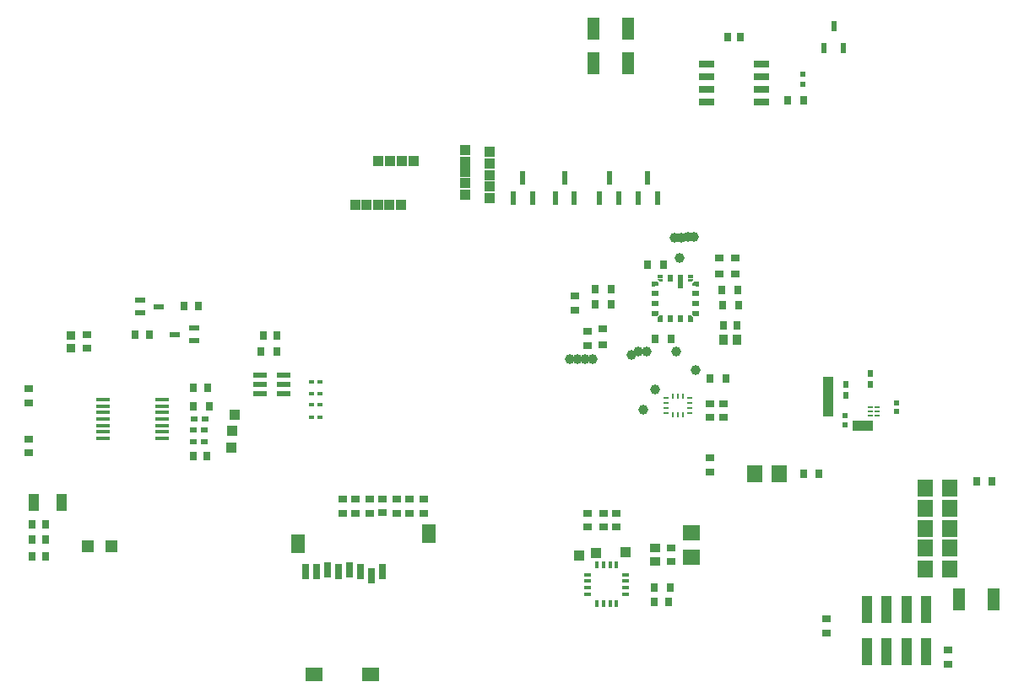
<source format=gbp>
G04*
G04 #@! TF.GenerationSoftware,Altium Limited,Altium Designer,22.5.1 (42)*
G04*
G04 Layer_Color=128*
%FSLAX43Y43*%
%MOMM*%
G71*
G04*
G04 #@! TF.SameCoordinates,B4329D7B-D132-43AD-BD09-584EF951B7D5*
G04*
G04*
G04 #@! TF.FilePolarity,Positive*
G04*
G01*
G75*
%ADD18R,0.800X0.950*%
%ADD19R,1.528X0.650*%
%ADD25R,1.000X1.000*%
%ADD27C,1.000*%
%ADD31R,0.900X0.650*%
%ADD32R,0.600X0.750*%
%ADD34R,0.800X0.940*%
%ADD38R,0.950X0.800*%
%ADD41R,0.940X0.800*%
%ADD47R,0.650X0.900*%
%ADD48R,0.940X0.810*%
%ADD55R,0.750X0.600*%
%ADD134R,1.150X1.150*%
%ADD142R,1.600X1.750*%
%ADD143R,1.250X2.300*%
%ADD144R,1.750X1.600*%
%ADD145R,0.700X0.500*%
%ADD146R,0.500X0.700*%
%ADD147R,0.400X0.500*%
%ADD148R,0.500X0.400*%
%ADD149R,0.550X0.700*%
%ADD150R,0.550X1.400*%
%ADD151R,1.000X2.750*%
G04:AMPARAMS|DCode=152|XSize=1.35mm|YSize=0.58mm|CornerRadius=0.072mm|HoleSize=0mm|Usage=FLASHONLY|Rotation=0.000|XOffset=0mm|YOffset=0mm|HoleType=Round|Shape=RoundedRectangle|*
%AMROUNDEDRECTD152*
21,1,1.350,0.435,0,0,0.0*
21,1,1.205,0.580,0,0,0.0*
1,1,0.145,0.603,-0.217*
1,1,0.145,-0.603,-0.217*
1,1,0.145,-0.603,0.217*
1,1,0.145,0.603,0.217*
%
%ADD152ROUNDEDRECTD152*%
%ADD153R,0.500X0.475*%
G04:AMPARAMS|DCode=154|XSize=1.32mm|YSize=0.59mm|CornerRadius=0.074mm|HoleSize=0mm|Usage=FLASHONLY|Rotation=90.000|XOffset=0mm|YOffset=0mm|HoleType=Round|Shape=RoundedRectangle|*
%AMROUNDEDRECTD154*
21,1,1.320,0.443,0,0,90.0*
21,1,1.172,0.590,0,0,90.0*
1,1,0.148,0.221,0.586*
1,1,0.148,0.221,-0.586*
1,1,0.148,-0.221,-0.586*
1,1,0.148,-0.221,0.586*
%
%ADD154ROUNDEDRECTD154*%
%ADD155R,0.600X1.050*%
%ADD156R,1.475X0.450*%
%ADD157R,0.800X1.500*%
%ADD158R,1.400X1.900*%
%ADD159R,1.800X1.400*%
%ADD160R,0.711X0.305*%
%ADD161R,0.305X0.711*%
%ADD162R,0.475X0.250*%
%ADD163R,0.250X0.475*%
%ADD164R,0.530X0.280*%
%ADD165R,0.620X0.600*%
%ADD166R,0.625X0.400*%
%ADD167R,1.000X0.550*%
%ADD168R,1.070X1.820*%
%ADD169R,0.870X1.020*%
%ADD170R,1.020X0.870*%
G36*
X66725Y37380D02*
X66545Y37200D01*
X66425D01*
Y37700D01*
X66725D01*
X66725Y37380D01*
D02*
G37*
G36*
X67175Y36945D02*
X66675D01*
Y37092D01*
X66833Y37250D01*
X67175D01*
Y36945D01*
D02*
G37*
G36*
X70425Y37200D02*
X70278D01*
X70125Y37353D01*
Y37700D01*
X70425D01*
Y37200D01*
D02*
G37*
G36*
X69995Y37250D02*
X70175Y37070D01*
Y36950D01*
X69675D01*
Y37250D01*
X69995Y37250D01*
D02*
G37*
G36*
X67175Y40650D02*
X66855Y40650D01*
X66675Y40830D01*
Y40950D01*
X67175D01*
Y40650D01*
D02*
G37*
G36*
X66725Y40540D02*
Y40200D01*
X66425D01*
Y40700D01*
X66565D01*
X66725Y40540D01*
D02*
G37*
G36*
X70175Y40810D02*
X70015Y40650D01*
X69675D01*
Y40950D01*
X70175D01*
Y40810D01*
D02*
G37*
G36*
X70425Y40200D02*
X70125D01*
X70125Y40520D01*
X70305Y40700D01*
X70425D01*
Y40200D01*
D02*
G37*
D18*
X73100Y39800D02*
D03*
X74700D02*
D03*
X73150Y38300D02*
D03*
X74750D02*
D03*
X62000Y39925D02*
D03*
X60400D02*
D03*
X62000Y38375D02*
D03*
X60400D02*
D03*
X66400Y34900D02*
D03*
X68000D02*
D03*
X20073Y28159D02*
D03*
X21673D02*
D03*
X26825Y33625D02*
D03*
X28425D02*
D03*
X67900Y9950D02*
D03*
X66300D02*
D03*
X65596Y42339D02*
D03*
X67196D02*
D03*
X73481Y30902D02*
D03*
X71881D02*
D03*
X81300Y58900D02*
D03*
X79700D02*
D03*
D19*
X77011Y58695D02*
D03*
Y59965D02*
D03*
Y61235D02*
D03*
Y62505D02*
D03*
X71589D02*
D03*
Y61235D02*
D03*
Y59965D02*
D03*
Y58695D02*
D03*
D25*
X47371Y53848D02*
D03*
Y52705D02*
D03*
Y51639D02*
D03*
Y50572D02*
D03*
X49817Y53701D02*
D03*
Y52532D02*
D03*
Y51364D02*
D03*
Y50221D02*
D03*
Y49053D02*
D03*
X36351Y48330D02*
D03*
X37444D02*
D03*
X38612D02*
D03*
X39730D02*
D03*
X38591Y52739D02*
D03*
X39784D02*
D03*
X40978D02*
D03*
X24180Y27250D02*
D03*
X23940Y25660D02*
D03*
X23890Y23950D02*
D03*
X40910Y48330D02*
D03*
X47371Y49390D02*
D03*
X42160Y52739D02*
D03*
X83700Y27620D02*
D03*
Y28610D02*
D03*
Y29600D02*
D03*
Y30590D02*
D03*
X86740Y26200D02*
D03*
X87720D02*
D03*
X58770Y13190D02*
D03*
X60430Y13370D02*
D03*
X63400Y13470D02*
D03*
D27*
X60141Y32903D02*
D03*
X59366D02*
D03*
X58566Y32878D02*
D03*
X70262Y45122D02*
D03*
X68363Y45100D02*
D03*
X68990D02*
D03*
X69661Y45135D02*
D03*
X64050Y33300D02*
D03*
X57850Y32875D02*
D03*
X68853Y43019D02*
D03*
X64675Y33600D02*
D03*
X65500Y33650D02*
D03*
X68483Y33679D02*
D03*
X70453Y31739D02*
D03*
X66423Y29849D02*
D03*
X65190Y27760D02*
D03*
D31*
X95725Y3650D02*
D03*
Y2200D02*
D03*
X83575Y6825D02*
D03*
Y5375D02*
D03*
X71925Y22950D02*
D03*
Y21500D02*
D03*
X58325Y37800D02*
D03*
Y39250D02*
D03*
X59625Y35700D02*
D03*
Y34250D02*
D03*
X3584Y29911D02*
D03*
Y28461D02*
D03*
X41749Y18834D02*
D03*
Y17384D02*
D03*
X43149D02*
D03*
Y18834D02*
D03*
X35049Y17384D02*
D03*
Y18834D02*
D03*
X40449Y17384D02*
D03*
Y18834D02*
D03*
X37749D02*
D03*
Y17384D02*
D03*
X36349Y18834D02*
D03*
Y17384D02*
D03*
D32*
X88013Y31428D02*
D03*
Y30328D02*
D03*
X85493Y30332D02*
D03*
Y29232D02*
D03*
D34*
X73630Y65200D02*
D03*
X74970D02*
D03*
X5270Y13025D02*
D03*
X3930D02*
D03*
X5270Y14750D02*
D03*
X3930D02*
D03*
Y16250D02*
D03*
X5270D02*
D03*
X27085Y35275D02*
D03*
X28425D02*
D03*
X21440Y23178D02*
D03*
X20100D02*
D03*
X74620Y36300D02*
D03*
X73280D02*
D03*
D38*
X72850Y41425D02*
D03*
Y43025D02*
D03*
X74450Y41425D02*
D03*
Y43025D02*
D03*
X61125Y34300D02*
D03*
Y35900D02*
D03*
D41*
X9432Y33994D02*
D03*
Y35334D02*
D03*
X73254Y28387D02*
D03*
Y27047D02*
D03*
X71885Y28357D02*
D03*
Y27017D02*
D03*
X3599Y23485D02*
D03*
Y24825D02*
D03*
X39049Y18779D02*
D03*
Y17439D02*
D03*
X62500Y17395D02*
D03*
Y16055D02*
D03*
X61200Y17370D02*
D03*
Y16030D02*
D03*
X59600Y17370D02*
D03*
Y16030D02*
D03*
X67950Y12580D02*
D03*
Y13920D02*
D03*
D47*
X81325Y21325D02*
D03*
X82775D02*
D03*
X98675Y20600D02*
D03*
X100125D02*
D03*
X20055Y29961D02*
D03*
X21505D02*
D03*
X19125Y38175D02*
D03*
X20575D02*
D03*
X14200Y35300D02*
D03*
X15650D02*
D03*
X66300Y8450D02*
D03*
X67750D02*
D03*
D48*
X7812Y33945D02*
D03*
Y35285D02*
D03*
D55*
X21172Y24604D02*
D03*
X20072D02*
D03*
X20159Y26866D02*
D03*
X21258D02*
D03*
X20072Y25760D02*
D03*
X21172D02*
D03*
D134*
X11875Y14075D02*
D03*
X9525D02*
D03*
D142*
X78850Y21400D02*
D03*
X76350D02*
D03*
X93450Y11800D02*
D03*
X95950D02*
D03*
X93450Y13900D02*
D03*
X95950D02*
D03*
X93450Y15900D02*
D03*
X95950D02*
D03*
X93450Y17900D02*
D03*
X95950D02*
D03*
X93450Y19900D02*
D03*
X95950D02*
D03*
D143*
X100350Y8750D02*
D03*
X96900D02*
D03*
X63650Y66100D02*
D03*
X60200D02*
D03*
X63650Y62600D02*
D03*
X60200D02*
D03*
D144*
X69999Y12961D02*
D03*
Y15461D02*
D03*
D145*
X66375Y39450D02*
D03*
X70475D02*
D03*
Y38450D02*
D03*
X66375D02*
D03*
D146*
X68925Y36900D02*
D03*
X67925D02*
D03*
D147*
X66225Y37450D02*
D03*
Y40450D02*
D03*
X70625D02*
D03*
Y37450D02*
D03*
D148*
X66925Y36750D02*
D03*
Y41150D02*
D03*
X69925D02*
D03*
Y36750D02*
D03*
D149*
X67925Y41000D02*
D03*
D150*
X68925Y40650D02*
D03*
D151*
X87600Y7725D02*
D03*
Y3475D02*
D03*
X89600Y7725D02*
D03*
Y3475D02*
D03*
X91600Y7725D02*
D03*
Y3475D02*
D03*
X93600Y7725D02*
D03*
Y3475D02*
D03*
D152*
X29160Y29400D02*
D03*
Y30350D02*
D03*
Y31300D02*
D03*
X26790D02*
D03*
Y30350D02*
D03*
Y29400D02*
D03*
D153*
X81200Y60487D02*
D03*
Y61513D02*
D03*
D154*
X54081Y49066D02*
D03*
X52181D02*
D03*
X53131Y51096D02*
D03*
X57326D02*
D03*
X56376Y49066D02*
D03*
X58276D02*
D03*
X61781Y51096D02*
D03*
X60831Y49066D02*
D03*
X62731D02*
D03*
X65662Y51096D02*
D03*
X64712Y49066D02*
D03*
X66612D02*
D03*
D155*
X84300Y66300D02*
D03*
X83350Y64100D02*
D03*
X85250D02*
D03*
D156*
X16920Y24922D02*
D03*
Y25572D02*
D03*
Y26222D02*
D03*
Y26872D02*
D03*
Y27522D02*
D03*
Y28172D02*
D03*
Y28822D02*
D03*
X11044D02*
D03*
Y28172D02*
D03*
Y27522D02*
D03*
Y26872D02*
D03*
Y26222D02*
D03*
Y25572D02*
D03*
Y24922D02*
D03*
D157*
X39039Y11509D02*
D03*
X37939Y11109D02*
D03*
X36839Y11509D02*
D03*
X35739Y11709D02*
D03*
X34639Y11509D02*
D03*
X33539Y11709D02*
D03*
X32439Y11509D02*
D03*
X31339D02*
D03*
D158*
X43699Y15359D02*
D03*
X30549Y14359D02*
D03*
D159*
X37849Y1209D02*
D03*
X32149D02*
D03*
D160*
X63455Y9285D02*
D03*
Y9920D02*
D03*
Y10580D02*
D03*
Y11215D02*
D03*
X59595D02*
D03*
Y10580D02*
D03*
Y9920D02*
D03*
Y9285D02*
D03*
D161*
X62490Y12180D02*
D03*
X61855D02*
D03*
X61195D02*
D03*
X60560D02*
D03*
Y8320D02*
D03*
X61195D02*
D03*
X61855D02*
D03*
X62490D02*
D03*
D162*
X69838Y28975D02*
D03*
Y28475D02*
D03*
Y27975D02*
D03*
Y27475D02*
D03*
X67512D02*
D03*
Y27975D02*
D03*
Y28475D02*
D03*
Y28975D02*
D03*
D163*
X69175Y27312D02*
D03*
X68675D02*
D03*
X68175D02*
D03*
Y29138D02*
D03*
X68675D02*
D03*
X69175D02*
D03*
D164*
X88655Y27225D02*
D03*
Y27625D02*
D03*
Y28025D02*
D03*
X87975D02*
D03*
Y27625D02*
D03*
Y27225D02*
D03*
D165*
X90575Y27590D02*
D03*
Y28510D02*
D03*
X85465Y27164D02*
D03*
Y26244D02*
D03*
D166*
X32737Y28325D02*
D03*
X31913D02*
D03*
X32737Y29425D02*
D03*
X31913D02*
D03*
X32762Y30600D02*
D03*
X31938D02*
D03*
X32749Y27000D02*
D03*
X31925D02*
D03*
D167*
X20150Y36000D02*
D03*
Y34700D02*
D03*
X18250Y35350D02*
D03*
X14700Y37500D02*
D03*
Y38800D02*
D03*
X16600Y38150D02*
D03*
D168*
X4065Y18475D02*
D03*
X6825D02*
D03*
D169*
X73270Y34800D02*
D03*
X74630D02*
D03*
D170*
X66375Y12570D02*
D03*
Y13930D02*
D03*
M02*

</source>
